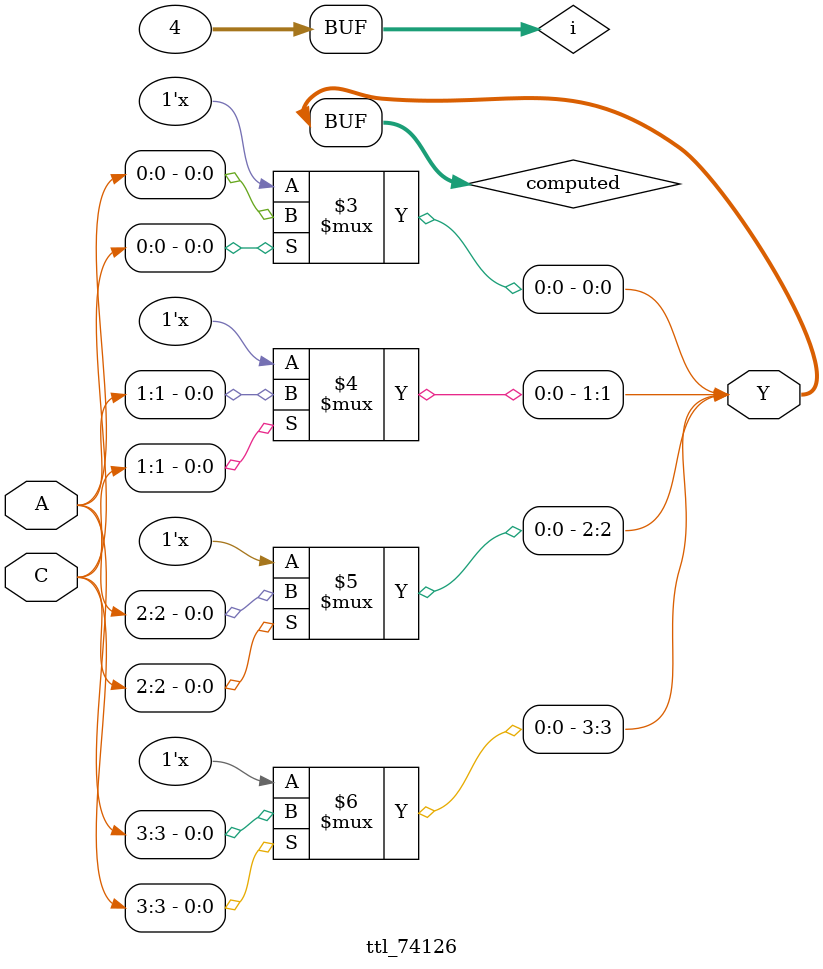
<source format=v>

module ttl_74126 #(parameter BLOCKS = 4, DELAY_RISE = 0, DELAY_FALL = 0)
(
  input [BLOCKS-1:0] C,
  input [BLOCKS-1:0] A,
  output [BLOCKS-1:0] Y
);

//------------------------------------------------//
integer i;
reg [BLOCKS-1:0] computed;

always @(*)
begin
  for (i = 0; i < BLOCKS; i++)
    computed[i] = C[i] ? A[i] : 1'bZ;
end
//------------------------------------------------//

assign #(DELAY_RISE, DELAY_FALL) Y = computed;

endmodule

</source>
